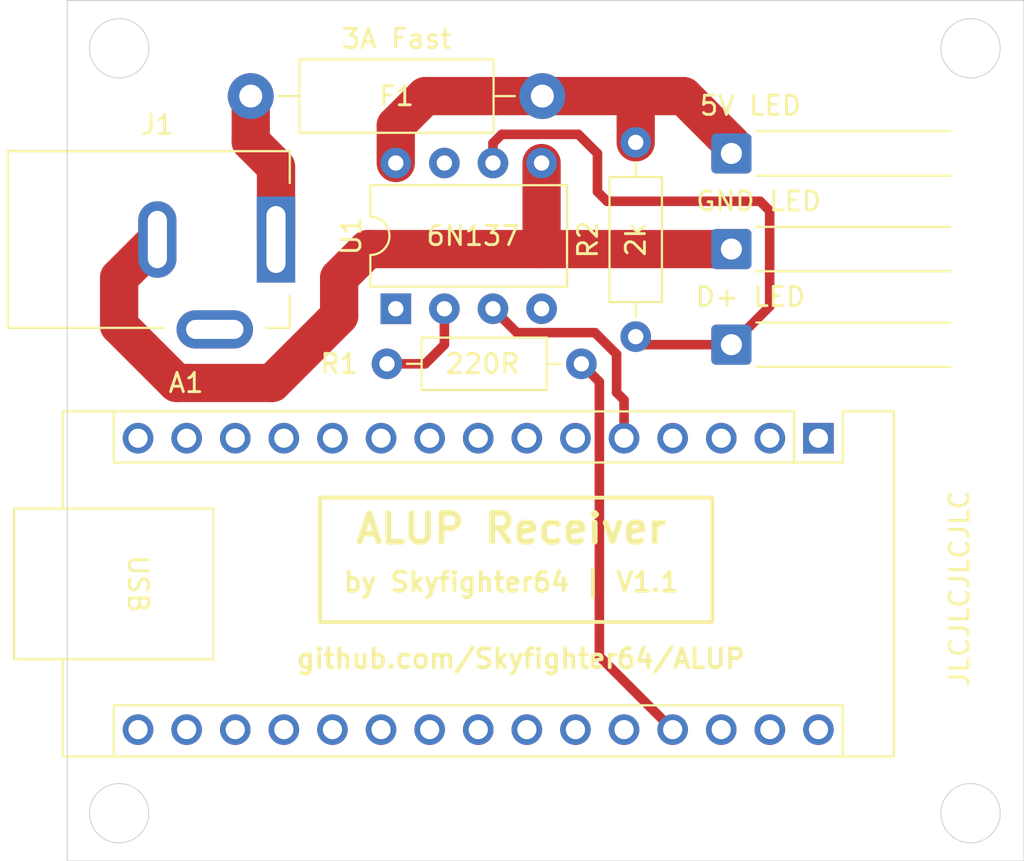
<source format=kicad_pcb>
(kicad_pcb (version 20240108) (generator "pcbnew") (generator_version "8.0")
  (layers (0 "F.Cu" signal) (31 "B.Cu" signal) (34 "B.Paste" user) (35 "F.Paste" user) (36 "B.SilkS" user "B.Silkscreen") (37 "F.SilkS" user "F.Silkscreen") (38 "B.Mask" user) (39 "F.Mask" user) (44 "Edge.Cuts" user))
  (net 0 "")
  (net 14 "Net-(A1-D2)")
  (net 19 "Net-(A1-+5V)")
  (net 31 "5V_LED")
  (net 32 "GND_LED")
  (net 33 "Net-(U1-A)")
  (net 36 "Net-(J3-Pin_1)")
  (net 37 "Net-(F1-Pad2)")
  (footprint "Resistor_THT:R_Axial_DIN0207_L6.3mm_D2.5mm_P10.16mm_Horizontal" (layer "F.Cu") (at 122.16 81 180)
    (property "Reference" "R1" (at 12.66 0 0) (layer "F.SilkS"))
    (property "Value" "220R" (at 5.16 0 0) (layer "F.SilkS"))
    (fp_line (start 9.12 0) (end 8.35 0) (stroke (width 0.12)) (layer "F.SilkS"))
    (fp_line (start 8.35 1.37) (end 8.35 -1.37) (stroke (width 0.12)) (layer "F.SilkS"))
    (fp_line (start 8.35 -1.37) (end 1.81 -1.37) (stroke (width 0.12)) (layer "F.SilkS"))
    (fp_line (start 1.81 1.37) (end 8.35 1.37) (stroke (width 0.12)) (layer "F.SilkS"))
    (fp_line (start 1.81 -1.37) (end 1.81 1.37) (stroke (width 0.12)) (layer "F.SilkS"))
    (fp_line (start 1.04 0) (end 1.81 0) (stroke (width 0.12)) (layer "F.SilkS"))
    (pad "1" thru_hole circle (at 0 0 180) (size 1.6 1.6) (drill 0.8) (layers "*.Cu" "*.Mask") (net 19 "Net-(A1-+5V)"))
    (pad "2" thru_hole oval (at 10.16 0 180) (size 1.6 1.6) (drill 0.8) (layers "*.Cu" "*.Mask") (net 33 "Net-(U1-A)"))
  )
  (footprint "Resistor_THT:R_Axial_DIN0411_L9.9mm_D3.6mm_P15.24mm_Horizontal" (layer "F.Cu") (at 120.12 67 180)
    (property "Reference" "F1" (at 7.62 0 0) (layer "F.SilkS"))
    (property "Value" "3A Fast" (at 7.62 3 0) (layer "F.SilkS"))
    (fp_line (start 13.8 0) (end 12.69 0) (stroke (width 0.12)) (layer "F.SilkS"))
    (fp_line (start 12.69 1.92) (end 12.69 -1.92) (stroke (width 0.12)) (layer "F.SilkS"))
    (fp_line (start 12.69 -1.92) (end 2.55 -1.92) (stroke (width 0.12)) (layer "F.SilkS"))
    (fp_line (start 2.55 1.92) (end 12.69 1.92) (stroke (width 0.12)) (layer "F.SilkS"))
    (fp_line (start 2.55 -1.92) (end 2.55 1.92) (stroke (width 0.12)) (layer "F.SilkS"))
    (fp_line (start 1.44 0) (end 2.55 0) (stroke (width 0.12)) (layer "F.SilkS"))
    (pad "1" thru_hole circle (at 0 0 180) (size 2.4 2.4) (drill 1.2) (layers "*.Cu" "*.Mask") (net 31 "5V_LED"))
    (pad "2" thru_hole oval (at 15.24 0 180) (size 2.4 2.4) (drill 1.2) (layers "*.Cu" "*.Mask") (net 37 "Net-(F1-Pad2)"))
  )
  (footprint "Connector_Wire:SolderWire-0.5sqmm_1x01_D0.9mm_OD2.1mm_Relief" (layer "F.Cu") (at 130 75 90)
    (property "Reference" "J4" (hide yes))
    (property "Value" "GND LED" (at 2.5 1.425 180) (layer "F.SilkS"))
    (fp_line (start 1.16 1.31) (end 1.16 11.44) (stroke (width 0.12)) (layer "F.SilkS"))
    (fp_line (start -1.16 1.31) (end -1.16 11.44) (stroke (width 0.12)) (layer "F.SilkS"))
    (pad "" np_thru_hole circle (at 0 12.6 90) (size 2.6 2.6) (drill 2.6) (layers "*.Cu" "*.Mask"))
    (pad "1" thru_hole roundrect (at 0 0 90) (size 2.1 2.1) (drill 1.1) (layers "*.Cu" "*.Mask") (roundrect_rratio 0.119048) (net 32 "GND_LED"))
  )
  (footprint "Module:Arduino_Nano" (layer "F.Cu") (at 134.55 84.89 -90)
    (property "Reference" "A1" (at -2.89 33.05 180) (layer "F.SilkS"))
    (property "Value" "Arduino_Nano_v3.x")
    (fp_line (start 3.68 42.04) (end 3.68 31.62) (stroke (width 0.12)) (layer "F.SilkS"))
    (fp_line (start 11.56 42.04) (end 3.68 42.04) (stroke (width 0.12)) (layer "F.SilkS"))
    (fp_line (start -1.4 39.5) (end 3.68 39.5) (stroke (width 0.12)) (layer "F.SilkS"))
    (fp_line (start 16.64 39.5) (end 11.56 39.5) (stroke (width 0.12)) (layer "F.SilkS"))
    (fp_line (start 16.64 39.5) (end 16.64 -3.94) (stroke (width 0.12)) (layer "F.SilkS"))
    (fp_line (start 1.27 36.83) (end -1.4 36.83) (stroke (width 0.12)) (layer "F.SilkS"))
    (fp_line (start 13.97 36.83) (end 16.64 36.83) (stroke (width 0.12)) (layer "F.SilkS"))
    (fp_line (start 3.68 31.62) (end 11.56 31.62) (stroke (width 0.12)) (layer "F.SilkS"))
    (fp_line (start 11.56 31.62) (end 11.56 42.04) (stroke (width 0.12)) (layer "F.SilkS"))
    (fp_line (start -1.4 1.27) (end -1.4 39.5) (stroke (width 0.12)) (layer "F.SilkS"))
    (fp_line (start 1.27 1.27) (end 1.27 36.83) (stroke (width 0.12)) (layer "F.SilkS"))
    (fp_line (start 1.27 1.27) (end -1.4 1.27) (stroke (width 0.12)) (layer "F.SilkS"))
    (fp_line (start 1.27 1.27) (end 1.27 -1.27) (stroke (width 0.12)) (layer "F.SilkS"))
    (fp_line (start 1.27 -1.27) (end -1.4 -1.27) (stroke (width 0.12)) (layer "F.SilkS"))
    (fp_line (start 13.97 -1.27) (end 13.97 36.83) (stroke (width 0.12)) (layer "F.SilkS"))
    (fp_line (start 13.97 -1.27) (end 16.64 -1.27) (stroke (width 0.12)) (layer "F.SilkS"))
    (fp_line (start -1.4 -3.94) (end -1.4 -1.27) (stroke (width 0.12)) (layer "F.SilkS"))
    (fp_line (start 16.64 -3.94) (end -1.4 -3.94) (stroke (width 0.12)) (layer "F.SilkS"))
    (fp_text user "USB" (at 7.62 35.56 -90) (layer "F.SilkS"))
    (pad "1" thru_hole rect (at 0 0 270) (size 1.6 1.6) (drill 1) (layers "*.Cu" "*.Mask"))
    (pad "2" thru_hole oval (at 0 2.54 270) (size 1.6 1.6) (drill 1) (layers "*.Cu" "*.Mask"))
    (pad "3" thru_hole oval (at 0 5.08 270) (size 1.6 1.6) (drill 1) (layers "*.Cu" "*.Mask"))
    (pad "4" thru_hole oval (at 0 7.62 270) (size 1.6 1.6) (drill 1) (layers "*.Cu" "*.Mask"))
    (pad "5" thru_hole oval (at 0 10.16 270) (size 1.6 1.6) (drill 1) (layers "*.Cu" "*.Mask") (net 14 "Net-(A1-D2)"))
    (pad "6" thru_hole oval (at 0 12.7 270) (size 1.6 1.6) (drill 1) (layers "*.Cu" "*.Mask"))
    (pad "7" thru_hole oval (at 0 15.24 270) (size 1.6 1.6) (drill 1) (layers "*.Cu" "*.Mask"))
    (pad "8" thru_hole oval (at 0 17.78 270) (size 1.6 1.6) (drill 1) (layers "*.Cu" "*.Mask"))
    (pad "9" thru_hole oval (at 0 20.32 270) (size 1.6 1.6) (drill 1) (layers "*.Cu" "*.Mask"))
    (pad "10" thru_hole oval (at 0 22.86 270) (size 1.6 1.6) (drill 1) (layers "*.Cu" "*.Mask"))
    (pad "11" thru_hole oval (at 0 25.4 270) (size 1.6 1.6) (drill 1) (layers "*.Cu" "*.Mask"))
    (pad "12" thru_hole oval (at 0 27.94 270) (size 1.6 1.6) (drill 1) (layers "*.Cu" "*.Mask"))
    (pad "13" thru_hole oval (at 0 30.48 270) (size 1.6 1.6) (drill 1) (layers "*.Cu" "*.Mask"))
    (pad "14" thru_hole oval (at 0 33.02 270) (size 1.6 1.6) (drill 1) (layers "*.Cu" "*.Mask"))
    (pad "15" thru_hole oval (at 0 35.56 270) (size 1.6 1.6) (drill 1) (layers "*.Cu" "*.Mask"))
    (pad "16" thru_hole oval (at 15.24 35.56 270) (size 1.6 1.6) (drill 1) (layers "*.Cu" "*.Mask"))
    (pad "17" thru_hole oval (at 15.24 33.02 270) (size 1.6 1.6) (drill 1) (layers "*.Cu" "*.Mask"))
    (pad "18" thru_hole oval (at 15.24 30.48 270) (size 1.6 1.6) (drill 1) (layers "*.Cu" "*.Mask"))
    (pad "19" thru_hole oval (at 15.24 27.94 270) (size 1.6 1.6) (drill 1) (layers "*.Cu" "*.Mask"))
    (pad "20" thru_hole oval (at 15.24 25.4 270) (size 1.6 1.6) (drill 1) (layers "*.Cu" "*.Mask"))
    (pad "21" thru_hole oval (at 15.24 22.86 270) (size 1.6 1.6) (drill 1) (layers "*.Cu" "*.Mask"))
    (pad "22" thru_hole oval (at 15.24 20.32 270) (size 1.6 1.6) (drill 1) (layers "*.Cu" "*.Mask"))
    (pad "23" thru_hole oval (at 15.24 17.78 270) (size 1.6 1.6) (drill 1) (layers "*.Cu" "*.Mask"))
    (pad "24" thru_hole oval (at 15.24 15.24 270) (size 1.6 1.6) (drill 1) (layers "*.Cu" "*.Mask"))
    (pad "25" thru_hole oval (at 15.24 12.7 270) (size 1.6 1.6) (drill 1) (layers "*.Cu" "*.Mask"))
    (pad "26" thru_hole oval (at 15.24 10.16 270) (size 1.6 1.6) (drill 1) (layers "*.Cu" "*.Mask"))
    (pad "27" thru_hole oval (at 15.24 7.62 270) (size 1.6 1.6) (drill 1) (layers "*.Cu" "*.Mask") (net 19 "Net-(A1-+5V)"))
    (pad "28" thru_hole oval (at 15.24 5.08 270) (size 1.6 1.6) (drill 1) (layers "*.Cu" "*.Mask"))
    (pad "29" thru_hole oval (at 15.24 2.54 270) (size 1.6 1.6) (drill 1) (layers "*.Cu" "*.Mask"))
    (pad "30" thru_hole oval (at 15.24 0 270) (size 1.6 1.6) (drill 1) (layers "*.Cu" "*.Mask"))
  )
  (footprint "Connector_BarrelJack:BarrelJack_Kycon_KLDX-0202-xC_Horizontal" (layer "F.Cu") (at 106.2 74.5)
    (property "Reference" "J1" (at -6.2 -6 0) (layer "F.SilkS"))
    (property "Value" "Barrel_Jack_Switch")
    (fp_line (start -14.02 -4.62) (end -14.02 4.62) (stroke (width 0.12)) (layer "F.SilkS"))
    (fp_line (start -14.02 4.62) (end -5.9 4.62) (stroke (width 0.12)) (layer "F.SilkS"))
    (fp_line (start -0.5 4.62) (end 0.72 4.62) (stroke (width 0.12)) (layer "F.SilkS"))
    (fp_line (start 0.72 -4.62) (end -14.02 -4.62) (stroke (width 0.12)) (layer "F.SilkS"))
    (fp_line (start 0.72 -2.95) (end 0.72 -4.62) (stroke (width 0.12)) (layer "F.SilkS"))
    (fp_line (start 0.72 4.62) (end 0.72 2.95) (stroke (width 0.12)) (layer "F.SilkS"))
    (pad "1" thru_hole rect (at 0 0) (size 2 4.5) (drill oval 1 3.5) (layers "*.Cu" "*.Mask") (net 37 "Net-(F1-Pad2)"))
    (pad "2" thru_hole oval (at -6.2 0) (size 2 4) (drill oval 1 3) (layers "*.Cu" "*.Mask") (net 32 "GND_LED"))
    (pad "3" thru_hole oval (at -3.2 4.7 90) (size 2 4) (drill oval 1 3) (layers "*.Cu" "*.Mask"))
  )
  (footprint "Package_DIP:DIP-8_W7.62mm" (layer "F.Cu") (at 112.46 78.12 90)
    (property "Reference" "U1" (at 3.81 -2.33 90) (layer "F.SilkS"))
    (property "Value" "6N137" (at 3.81 4.04 180) (layer "F.SilkS"))
    (fp_line (start 6.46 -1.33) (end 4.81 -1.33) (stroke (width 0.12)) (layer "F.SilkS"))
    (fp_line (start 2.81 -1.33) (end 1.16 -1.33) (stroke (width 0.12)) (layer "F.SilkS"))
    (fp_line (start 1.16 -1.33) (end 1.16 8.95) (stroke (width 0.12)) (layer "F.SilkS"))
    (fp_line (start 6.46 8.95) (end 6.46 -1.33) (stroke (width 0.12)) (layer "F.SilkS"))
    (fp_line (start 1.16 8.95) (end 6.46 8.95) (stroke (width 0.12)) (layer "F.SilkS"))
    (fp_arc (start 4.81 -1.33) (mid 3.81 -0.33) (end 2.81 -1.33) (stroke (width 0.12)) (layer "F.SilkS"))
    (pad "1" thru_hole rect (at 0 0 90) (size 1.6 1.6) (drill 0.8) (layers "*.Cu" "*.Mask"))
    (pad "2" thru_hole oval (at 0 2.54 90) (size 1.6 1.6) (drill 0.8) (layers "*.Cu" "*.Mask") (net 33 "Net-(U1-A)"))
    (pad "3" thru_hole oval (at 0 5.08 90) (size 1.6 1.6) (drill 0.8) (layers "*.Cu" "*.Mask") (net 14 "Net-(A1-D2)"))
    (pad "4" thru_hole oval (at 0 7.62 90) (size 1.6 1.6) (drill 0.8) (layers "*.Cu" "*.Mask"))
    (pad "5" thru_hole oval (at 7.62 7.62 90) (size 1.6 1.6) (drill 0.8) (layers "*.Cu" "*.Mask") (net 32 "GND_LED"))
    (pad "6" thru_hole oval (at 7.62 5.08 90) (size 1.6 1.6) (drill 0.8) (layers "*.Cu" "*.Mask") (net 36 "Net-(J3-Pin_1)"))
    (pad "7" thru_hole oval (at 7.62 2.54 90) (size 1.6 1.6) (drill 0.8) (layers "*.Cu" "*.Mask"))
    (pad "8" thru_hole oval (at 7.62 0 90) (size 1.6 1.6) (drill 0.8) (layers "*.Cu" "*.Mask") (net 31 "5V_LED"))
  )
  (footprint "Connector_Wire:SolderWire-0.5sqmm_1x01_D0.9mm_OD2.1mm_Relief" (layer "F.Cu") (at 130 80 90)
    (property "Reference" "J3" (hide yes))
    (property "Value" "D+ LED" (at 2.5 1 180) (layer "F.SilkS"))
    (fp_line (start 1.16 1.31) (end 1.16 11.44) (stroke (width 0.12)) (layer "F.SilkS"))
    (fp_line (start -1.16 1.31) (end -1.16 11.44) (stroke (width 0.12)) (layer "F.SilkS"))
    (pad "" np_thru_hole circle (at 0 12.6 90) (size 2.6 2.6) (drill 2.6) (layers "*.Cu" "*.Mask"))
    (pad "1" thru_hole roundrect (at 0 0 90) (size 2.1 2.1) (drill 1.1) (layers "*.Cu" "*.Mask") (roundrect_rratio 0.119048) (net 36 "Net-(J3-Pin_1)"))
  )
  (footprint "Connector_Wire:SolderWire-0.5sqmm_1x01_D0.9mm_OD2.1mm_Relief" (layer "F.Cu") (at 130 70 90)
    (property "Reference" "J2" (hide yes))
    (property "Value" "5V LED" (at 2.5 1 180) (layer "F.SilkS"))
    (fp_line (start 1.16 1.31) (end 1.16 11.44) (stroke (width 0.12)) (layer "F.SilkS"))
    (fp_line (start -1.16 1.31) (end -1.16 11.44) (stroke (width 0.12)) (layer "F.SilkS"))
    (pad "" np_thru_hole circle (at 0 12.6 90) (size 2.6 2.6) (drill 2.6) (layers "*.Cu" "*.Mask"))
    (pad "1" thru_hole roundrect (at 0 0 90) (size 2.1 2.1) (drill 1.1) (layers "*.Cu" "*.Mask") (roundrect_rratio 0.119048) (net 31 "5V_LED"))
  )
  (footprint "Resistor_THT:R_Axial_DIN0207_L6.3mm_D2.5mm_P10.16mm_Horizontal" (layer "F.Cu") (at 125 69.42 -90)
    (property "Reference" "R2" (at 5.08 2.5 -90) (layer "F.SilkS"))
    (property "Value" "2k" (at 5.08 0 -90) (layer "F.SilkS"))
    (fp_line (start 1.81 1.37) (end 8.35 1.37) (stroke (width 0.12)) (layer "F.SilkS"))
    (fp_line (start 8.35 1.37) (end 8.35 -1.37) (stroke (width 0.12)) (layer "F.SilkS"))
    (fp_line (start 1.04 0) (end 1.81 0) (stroke (width 0.12)) (layer "F.SilkS"))
    (fp_line (start 9.12 0) (end 8.35 0) (stroke (width 0.12)) (layer "F.SilkS"))
    (fp_line (start 1.81 -1.37) (end 1.81 1.37) (stroke (width 0.12)) (layer "F.SilkS"))
    (fp_line (start 8.35 -1.37) (end 1.81 -1.37) (stroke (width 0.12)) (layer "F.SilkS"))
    (pad "1" thru_hole circle (at 0 0 270) (size 1.6 1.6) (drill 0.8) (layers "*.Cu" "*.Mask") (net 31 "5V_LED"))
    (pad "2" thru_hole oval (at 10.16 0 270) (size 1.6 1.6) (drill 0.8) (layers "*.Cu" "*.Mask") (net 36 "Net-(J3-Pin_1)"))
  )
  (gr_rect (start 108.5 88) (end 129 94.5) (stroke (width 0.2)) (fill none) (layer "F.SilkS"))
  (gr_circle (center 142.5 64.5) (end 144.05 64.5) (stroke (width 0.05)) (fill none) (layer "Edge.Cuts"))
  (gr_rect (start 95.2875 62) (end 145.2875 107) (stroke (width 0.05)) (fill none) (layer "Edge.Cuts"))
  (gr_circle (center 142.5 104.5) (end 144.05 104.5) (stroke (width 0.05)) (fill none) (layer "Edge.Cuts"))
  (gr_circle (center 98 64.5) (end 99.55 64.5) (stroke (width 0.05)) (fill none) (layer "Edge.Cuts"))
  (gr_circle (center 98 104.5) (end 99.55 104.5) (stroke (width 0.05)) (fill none) (layer "Edge.Cuts"))
  (gr_text "JLCJLCJLCJLC" (at 142.5 98 90) (layer "F.SilkS") (effects (font (size 1 1)) (justify left bottom)))
  (gr_text "by Skyfighter64 | V1.1" (at 118.5 93 0) (layer "F.SilkS") (effects (font (size 1 1) (thickness 0.2) (bold yes)) (justify bottom)))
  (gr_text "github.com/Skyfighter64/ALUP" (at 119 97 0) (layer "F.SilkS") (effects (font (size 1 1) (thickness 0.2) (bold yes)) (justify bottom)))
  (gr_text "ALUP Receiver\n" (at 118.5 90.5 0) (layer "F.SilkS") (effects (font (size 1.5 1.5) (thickness 0.3) (bold yes)) (justify bottom)))
  (segment (start 124 82.5) (end 124.39 82.89) (width 0.5) (layer "F.Cu") (net 14))
  (segment (start 124 80.5) (end 124 82.5) (width 0.5) (layer "F.Cu") (net 14))
  (segment (start 118.79 79.37) (end 122.87 79.37) (width 0.5) (layer "F.Cu") (net 14))
  (segment (start 122.87 79.37) (end 124 80.5) (width 0.5) (layer "F.Cu") (net 14))
  (segment (start 124.39 82.89) (end 124.39 84.89) (width 0.5) (layer "F.Cu") (net 14))
  (segment (start 117.54 78.12) (end 118.79 79.37) (width 0.5) (layer "F.Cu") (net 14))
  (segment (start 123.1 81.94) (end 123.1 96.3) (width 0.5) (layer "F.Cu") (net 19))
  (segment (start 122.16 81) (end 123.1 81.94) (width 0.5) (layer "F.Cu") (net 19))
  (segment (start 123.1 96.3) (end 126.93 100.13) (width 0.5) (layer "F.Cu") (net 19))
  (segment (start 130 69.5) (end 130 70) (width 2) (layer "F.Cu") (net 31))
  (segment (start 125 67) (end 125 69.42) (width 2) (layer "F.Cu") (net 31))
  (segment (start 117.74 67) (end 125 67) (width 2) (layer "F.Cu") (net 31))
  (segment (start 125 67) (end 127.5 67) (width 2) (layer "F.Cu") (net 31))
  (segment (start 112.46 68.54) (end 112.46 70.5) (width 2) (layer "F.Cu") (net 31))
  (segment (start 127.5 67) (end 130 69.5) (width 2) (layer "F.Cu") (net 31))
  (segment (start 114 67) (end 112.46 68.54) (width 2) (layer "F.Cu") (net 31))
  (segment (start 117.74 67) (end 114 67) (width 2) (layer "F.Cu") (net 31))
  (segment (start 120.08 74.92) (end 120 75) (width 0.5) (layer "F.Cu") (net 32))
  (segment (start 109.5 76.5) (end 111 75) (width 2) (layer "F.Cu") (net 32))
  (segment (start 100 74.5) (end 98 76.5) (width 2) (layer "F.Cu") (net 32))
  (segment (start 120.08 70.5) (end 120.08 74.92) (width 2) (layer "F.Cu") (net 32))
  (segment (start 101 82) (end 106 82) (width 2) (layer "F.Cu") (net 32))
  (segment (start 98 79) (end 101 82) (width 2) (layer "F.Cu") (net 32))
  (segment (start 111 75) (end 120 75) (width 2) (layer "F.Cu") (net 32))
  (segment (start 109.5 78.5) (end 109.5 76.5) (width 2) (layer "F.Cu") (net 32))
  (segment (start 106 82) (end 109.5 78.5) (width 2) (layer "F.Cu") (net 32))
  (segment (start 98 76.5) (end 98 79) (width 2) (layer "F.Cu") (net 32))
  (segment (start 120 75) (end 130 75) (width 2) (layer "F.Cu") (net 32))
  (segment (start 115 80) (end 115 78.12) (width 0.5) (layer "F.Cu") (net 33))
  (segment (start 112 81) (end 114 81) (width 0.5) (layer "F.Cu") (net 33))
  (segment (start 114 81) (end 115 80) (width 0.5) (layer "F.Cu") (net 33))
  (segment (start 123 70) (end 123 72) (width 0.5) (layer "F.Cu") (net 36))
  (segment (start 132 73) (end 132 78) (width 0.5) (layer "F.Cu") (net 36))
  (segment (start 117.54 69.46) (end 118 69) (width 0.5) (layer "F.Cu") (net 36))
  (segment (start 117.54 70.5) (end 117.54 69.46) (width 0.5) (layer "F.Cu") (net 36))
  (segment (start 123 72) (end 123.5 72.5) (width 0.5) (layer "F.Cu") (net 36))
  (segment (start 118 69) (end 122 69) (width 0.5) (layer "F.Cu") (net 36))
  (segment (start 123.5 72.5) (end 131.5 72.5) (width 0.5) (layer "F.Cu") (net 36))
  (segment (start 131.5 72.5) (end 132 73) (width 0.5) (layer "F.Cu") (net 36))
  (segment (start 122 69) (end 123 70) (width 0.5) (layer "F.Cu") (net 36))
  (segment (start 130 80) (end 125.42 80) (width 0.5) (layer "F.Cu") (net 36))
  (segment (start 132 78) (end 130 80) (width 0.5) (layer "F.Cu") (net 36))
  (segment (start 125.42 80) (end 125 79.58) (width 0.5) (layer "F.Cu") (net 36))
  (segment (start 104.88 69.38) (end 104.88 67) (width 2) (layer "F.Cu") (net 37))
  (segment (start 106.2 70.7) (end 106.2 74.5) (width 2) (layer "F.Cu") (net 37))
  (segment (start 106.2 70.7) (end 104.88 69.38) (width 2) (layer "F.Cu") (net 37))
)
</source>
